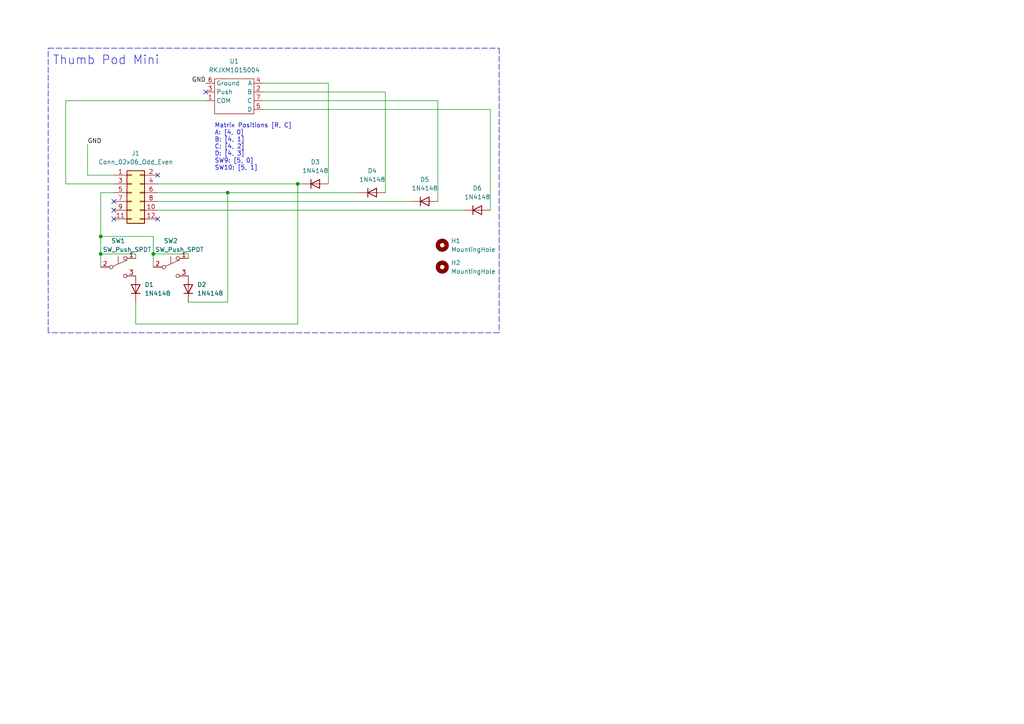
<source format=kicad_sch>
(kicad_sch (version 20211123) (generator eeschema)
  (paper "A4")
  (lib_symbols
    (symbol "1N4148_13" (pin_numbers hide) (pin_names hide)
      (property "Reference" "D" (at 0 2.54 0))
      (property "Value" "1N4148_13" (at 0 -2.54 0))
      (symbol "1N4148_13_0_1"
        (polyline (pts (xy -1.27 1.27) (xy -1.27 -1.27)) (stroke (width 0.254)))
        (polyline (pts (xy 1.27 0) (xy -1.27 0)))
        (polyline (pts (xy 1.27 1.27) (xy 1.27 -1.27) (xy -1.27 0) (xy 1.27 1.27)) (stroke (width 0.254)))
      )
      (symbol "1N4148_13_1_1"
        (pin passive line (at -3.81 0 0) (length 2.54) (name "K") (number "1"))
        (pin passive line (at 3.81 0 180) (length 2.54) (name "A") (number "2"))
      )
    )
    (symbol "1N4148_16" (pin_numbers hide) (pin_names hide)
      (property "Reference" "D" (at 0 2.54 0))
      (property "Value" "1N4148_16" (at 0 -2.54 0))
      (symbol "1N4148_16_0_1"
        (polyline (pts (xy -1.27 1.27) (xy -1.27 -1.27)) (stroke (width 0.254)))
        (polyline (pts (xy 1.27 0) (xy -1.27 0)))
        (polyline (pts (xy 1.27 1.27) (xy 1.27 -1.27) (xy -1.27 0) (xy 1.27 1.27)) (stroke (width 0.254)))
      )
      (symbol "1N4148_16_1_1"
        (pin passive line (at -3.81 0 0) (length 2.54) (name "K") (number "1"))
        (pin passive line (at 3.81 0 180) (length 2.54) (name "A") (number "2"))
      )
    )
    (symbol "1N4148_17" (pin_numbers hide) (pin_names hide)
      (property "Reference" "D" (at 0 2.54 0))
      (property "Value" "1N4148_17" (at 0 -2.54 0))
      (symbol "1N4148_17_0_1"
        (polyline (pts (xy -1.27 1.27) (xy -1.27 -1.27)) (stroke (width 0.254)))
        (polyline (pts (xy 1.27 0) (xy -1.27 0)))
        (polyline (pts (xy 1.27 1.27) (xy 1.27 -1.27) (xy -1.27 0) (xy 1.27 1.27)) (stroke (width 0.254)))
      )
      (symbol "1N4148_17_1_1"
        (pin passive line (at -3.81 0 0) (length 2.54) (name "K") (number "1"))
        (pin passive line (at 3.81 0 180) (length 2.54) (name "A") (number "2"))
      )
    )
    (symbol "Connector_Generic:Conn_02x06_Odd_Even" (pin_names (offset 1.016) hide)
      (property "Reference" "J" (at 1.27 7.62 0))
      (property "Value" "Conn_02x06_Odd_Even" (at 1.27 -10.16 0))
      (symbol "Conn_02x06_Odd_Even_1_1"
        (rectangle (start -1.27 -7.493) (end 0 -7.747) (stroke (width 0.1524)))
        (rectangle (start -1.27 -4.953) (end 0 -5.207) (stroke (width 0.1524)))
        (rectangle (start -1.27 -2.413) (end 0 -2.667) (stroke (width 0.1524)))
        (rectangle (start -1.27 0.127) (end 0 -0.127) (stroke (width 0.1524)))
        (rectangle (start -1.27 2.667) (end 0 2.413) (stroke (width 0.1524)))
        (rectangle (start -1.27 5.207) (end 0 4.953) (stroke (width 0.1524)))
        (rectangle (start -1.27 6.35) (end 3.81 -8.89) (stroke (width 0.254)) (fill (type background)))
        (rectangle (start 3.81 -7.493) (end 2.54 -7.747) (stroke (width 0.1524)))
        (rectangle (start 3.81 -4.953) (end 2.54 -5.207) (stroke (width 0.1524)))
        (rectangle (start 3.81 -2.413) (end 2.54 -2.667) (stroke (width 0.1524)))
        (rectangle (start 3.81 0.127) (end 2.54 -0.127) (stroke (width 0.1524)))
        (rectangle (start 3.81 2.667) (end 2.54 2.413) (stroke (width 0.1524)))
        (rectangle (start 3.81 5.207) (end 2.54 4.953) (stroke (width 0.1524)))
        (pin passive line (at -5.08 5.08 0) (length 3.81) (name "Pin_1") (number "1"))
        (pin passive line (at 7.62 -5.08 180) (length 3.81) (name "Pin_10") (number "10"))
        (pin passive line (at -5.08 -7.62 0) (length 3.81) (name "Pin_11") (number "11"))
        (pin passive line (at 7.62 -7.62 180) (length 3.81) (name "Pin_12") (number "12"))
        (pin passive line (at 7.62 5.08 180) (length 3.81) (name "Pin_2") (number "2"))
        (pin passive line (at -5.08 2.54 0) (length 3.81) (name "Pin_3") (number "3"))
        (pin passive line (at 7.62 2.54 180) (length 3.81) (name "Pin_4") (number "4"))
        (pin passive line (at -5.08 0 0) (length 3.81) (name "Pin_5") (number "5"))
        (pin passive line (at 7.62 0 180) (length 3.81) (name "Pin_6") (number "6"))
        (pin passive line (at -5.08 -2.54 0) (length 3.81) (name "Pin_7") (number "7"))
        (pin passive line (at 7.62 -2.54 180) (length 3.81) (name "Pin_8") (number "8"))
        (pin passive line (at -5.08 -5.08 0) (length 3.81) (name "Pin_9") (number "9"))
      )
    )
    (symbol "Mechanical:MountingHole" (pin_names (offset 1.016))
      (property "Reference" "H" (at 0 5.08 0))
      (property "Value" "MountingHole" (at 0 3.175 0))
      (symbol "MountingHole_0_1"
        (circle (center 0 0) (radius 1.27) (stroke (width 1.27)))
      )
    )
    (symbol "Switch:SW_Push_SPDT" (pin_names (offset 0) hide)
      (property "Reference" "SW" (at 0 4.318 0))
      (property "Value" "SW_Push_SPDT" (at 0 -5.08 0))
      (symbol "SW_Push_SPDT_0_0"
        (circle (center -2.032 0) (radius 0.508))
        (polyline (pts (xy 0 1.016) (xy 0 3.048)))
        (circle (center 2.032 -2.54) (radius 0.508))
      )
      (symbol "SW_Push_SPDT_0_1"
        (polyline (pts (xy -1.524 0.254) (xy 2.54 2.032)))
        (circle (center 2.032 2.54) (radius 0.508))
      )
      (symbol "SW_Push_SPDT_1_1"
        (pin passive line (at 5.08 2.54 180) (length 2.54) (name "A") (number "1"))
        (pin passive line (at -5.08 0 0) (length 2.54) (name "B") (number "2"))
        (pin passive line (at 5.08 -2.54 180) (length 2.54) (name "C") (number "3"))
      )
    )
    (symbol "thumb_pod:RKJXM1015004"
      (property "Reference" "U" (at 0 0 0))
      (property "Value" "RKJXM1015004" (at 0 -5.08 0))
      (symbol "RKJXM1015004_0_1"
        (rectangle (start -6.35 6.35) (end 5.08 -3.81))
      )
      (symbol "RKJXM1015004_1_1"
        (pin passive line (at -8.89 0 0) (length 2.54) (name "COM") (number "1"))
        (pin passive line (at 7.62 2.54 180) (length 2.54) (name "B") (number "2"))
        (pin passive line (at -8.89 2.54 0) (length 2.54) (name "Push") (number "3"))
        (pin passive line (at 7.62 5.08 180) (length 2.54) (name "A") (number "4"))
        (pin passive line (at 7.62 -2.54 180) (length 2.54) (name "D") (number "5"))
        (pin passive line (at -8.89 5.08 0) (length 2.54) (name "Ground") (number "6"))
        (pin passive line (at 7.62 0 180) (length 2.54) (name "C") (number "7"))
      )
    )
  )
  (junction (at 29.21 73.66))
  (junction (at 66.04 55.88))
  (junction (at 29.21 68.58))
  (junction (at 86.36 53.34))
  (junction (at 44.45 73.66))
  (no_connect (at 33.02 60.96))
  (no_connect (at 33.02 58.42))
  (no_connect (at 33.02 63.5))
  (no_connect (at 45.72 50.8))
  (no_connect (at 45.72 63.5))
  (no_connect (at 59.69 26.67))
  (wire (pts (xy 39.37 87.63) (xy 39.37 93.98)))
  (polyline (pts (xy 13.97 96.52) (xy 13.97 13.97)))
  (wire (pts (xy 29.21 68.58) (xy 29.21 73.66)))
  (wire (pts (xy 45.72 58.42) (xy 119.38 58.42)))
  (wire (pts (xy 54.61 87.63) (xy 66.04 87.63)))
  (polyline (pts (xy 144.78 13.97) (xy 144.78 96.52)))
  (wire (pts (xy 33.02 50.8) (xy 25.4 50.8)))
  (wire (pts (xy 44.45 73.66) (xy 54.61 73.66)))
  (polyline (pts (xy 13.97 13.97) (xy 144.78 13.97)))
  (wire (pts (xy 111.76 26.67) (xy 111.76 55.88)))
  (wire (pts (xy 39.37 74.93) (xy 39.37 73.66)))
  (wire (pts (xy 86.36 53.34) (xy 87.63 53.34)))
  (wire (pts (xy 25.4 41.91) (xy 25.4 50.8)))
  (wire (pts (xy 33.02 55.88) (xy 29.21 55.88)))
  (wire (pts (xy 29.21 55.88) (xy 29.21 68.58)))
  (wire (pts (xy 66.04 55.88) (xy 104.14 55.88)))
  (wire (pts (xy 29.21 73.66) (xy 29.21 77.47)))
  (wire (pts (xy 29.21 73.66) (xy 39.37 73.66)))
  (wire (pts (xy 76.2 31.75) (xy 142.24 31.75)))
  (wire (pts (xy 45.72 53.34) (xy 86.36 53.34)))
  (wire (pts (xy 66.04 55.88) (xy 66.04 87.63)))
  (wire (pts (xy 39.37 93.98) (xy 86.36 93.98)))
  (wire (pts (xy 45.72 60.96) (xy 134.62 60.96)))
  (wire (pts (xy 86.36 53.34) (xy 86.36 93.98)))
  (wire (pts (xy 44.45 73.66) (xy 44.45 77.47)))
  (wire (pts (xy 19.05 29.21) (xy 59.69 29.21)))
  (wire (pts (xy 127 29.21) (xy 127 58.42)))
  (wire (pts (xy 19.05 53.34) (xy 33.02 53.34)))
  (wire (pts (xy 44.45 68.58) (xy 44.45 73.66)))
  (wire (pts (xy 95.25 24.13) (xy 95.25 53.34)))
  (wire (pts (xy 19.05 29.21) (xy 19.05 53.34)))
  (wire (pts (xy 54.61 74.93) (xy 54.61 73.66)))
  (wire (pts (xy 29.21 68.58) (xy 44.45 68.58)))
  (wire (pts (xy 142.24 31.75) (xy 142.24 60.96)))
  (polyline (pts (xy 144.78 96.52) (xy 13.97 96.52)))
  (wire (pts (xy 45.72 55.88) (xy 66.04 55.88)))
  (wire (pts (xy 76.2 24.13) (xy 95.25 24.13)))
  (wire (pts (xy 76.2 29.21) (xy 127 29.21)))
  (wire (pts (xy 76.2 26.67) (xy 111.76 26.67)))
  (text "Matrix Positions [R, C]\nA: [4, 0]\nB: [4, 1]\nC: [4, 2]\nD: [4, 3]\nSW9: [5, 0]\nSW10: [5, 1]" (at 62.23 49.53 0) (effects (font (size 1.27 1.27)) (justify left bottom)))
  (text "Thumb Pod Mini" (at 15.24 19.05 0) (effects (font (size 2.54 2.54)) (justify left bottom)))
  (label "GND" (at 25.4 41.91 0))
  (label "GND" (at 59.69 24.13 180))
  (symbol (lib_name "1N4148_13") (lib_id "Diode:1N4148") (at 54.61 83.82 90) (unit 1)
    (property "Reference" "D2" (at 57.15 82.5499 90) (effects (justify right)))
    (property "Value" "1N4148" (at 57.15 85.0899 90) (effects (justify right)))
    (property "Footprint" "Diode_THT:D_DO-35_SOD27_P7.62mm_Horizontal" (effects hide))
    (property "Datasheet" "https://assets.nexperia.com/documents/data-sheet/1N4148_1N4448.pdf" (effects hide))
  )
  (symbol (lib_name "1N4148_17") (lib_id "Diode:1N4148") (at 39.37 83.82 90) (unit 1)
    (property "Reference" "D1" (at 41.91 82.5499 90) (effects (justify right)))
    (property "Value" "1N4148" (at 41.91 85.0899 90) (effects (justify right)))
    (property "Footprint" "Diode_THT:D_DO-35_SOD27_P7.62mm_Horizontal" (effects hide))
    (property "Datasheet" "https://assets.nexperia.com/documents/data-sheet/1N4148_1N4448.pdf" (effects hide))
  )
  (symbol (lib_id "Mechanical:MountingHole") (at 128.27 71.12 0) (unit 1)
    (property "Reference" "H1" (at 130.81 69.8499 0) (effects (justify left)))
    (property "Value" "MountingHole" (at 130.81 72.3899 0) (effects (justify left)))
    (property "Footprint" "MountingHole:MountingHole_3.2mm_M3" (effects hide))
  )
  (symbol (lib_id "thumb_pod:RKJXM1015004") (at 68.58 29.21 0) (unit 1)
    (property "Reference" "U1" (at 67.945 17.78 0))
    (property "Value" "RKJXM1015004" (at 67.945 20.32 0))
    (property "Footprint" "thumb_pod:RKJXM1015004" (effects hide))
  )
  (symbol (lib_id "Switch:SW_Push_SPDT") (at 49.53 77.47 0) (unit 1)
    (property "Reference" "SW2" (at 49.53 69.85 0))
    (property "Value" "SW_Push_SPDT" (at 52.07 72.39 0))
    (property "Footprint" "keypad:kailh_gm_microswitch" (effects hide))
  )
  (symbol (lib_id "Switch:SW_Push_SPDT") (at 34.29 77.47 0) (unit 1)
    (property "Reference" "SW1" (at 34.29 69.85 0))
    (property "Value" "SW_Push_SPDT" (at 36.83 72.39 0))
    (property "Footprint" "keypad:kailh_gm_microswitch" (effects hide))
  )
  (symbol (lib_name "1N4148_16") (lib_id "Diode:1N4148") (at 91.44 53.34 0) (unit 1)
    (property "Reference" "D3" (at 91.44 46.99 0))
    (property "Value" "1N4148" (at 91.44 49.53 0))
    (property "Footprint" "Diode_THT:D_DO-35_SOD27_P7.62mm_Horizontal" (effects hide))
    (property "Datasheet" "https://assets.nexperia.com/documents/data-sheet/1N4148_1N4448.pdf" (effects hide))
  )
  (symbol (lib_name "1N4148_16") (lib_id "Diode:1N4148") (at 138.43 60.96 0) (unit 1)
    (property "Reference" "D6" (at 138.43 54.61 0))
    (property "Value" "1N4148" (at 138.43 57.15 0))
    (property "Footprint" "Diode_THT:D_DO-35_SOD27_P7.62mm_Horizontal" (effects hide))
    (property "Datasheet" "https://assets.nexperia.com/documents/data-sheet/1N4148_1N4448.pdf" (effects hide))
  )
  (symbol (lib_id "Connector_Generic:Conn_02x06_Odd_Even") (at 38.1 55.88 0) (unit 1)
    (property "Reference" "J1" (at 39.37 44.45 0))
    (property "Value" "Conn_02x06_Odd_Even" (at 39.37 46.99 0))
    (property "Footprint" "keypad:PinHeader_2x06_P2.54mm_Horizontal" (effects hide))
  )
  (symbol (lib_name "1N4148_16") (lib_id "Diode:1N4148") (at 107.95 55.88 0) (unit 1)
    (property "Reference" "D4" (at 107.95 49.53 0))
    (property "Value" "1N4148" (at 107.95 52.07 0))
    (property "Footprint" "Diode_THT:D_DO-35_SOD27_P7.62mm_Horizontal" (effects hide))
    (property "Datasheet" "https://assets.nexperia.com/documents/data-sheet/1N4148_1N4448.pdf" (effects hide))
  )
  (symbol (lib_name "1N4148_16") (lib_id "Diode:1N4148") (at 123.19 58.42 0) (unit 1)
    (property "Reference" "D5" (at 123.19 52.07 0))
    (property "Value" "1N4148" (at 123.19 54.61 0))
    (property "Footprint" "Diode_THT:D_DO-35_SOD27_P7.62mm_Horizontal" (effects hide))
    (property "Datasheet" "https://assets.nexperia.com/documents/data-sheet/1N4148_1N4448.pdf" (effects hide))
  )
  (symbol (lib_id "Mechanical:MountingHole") (at 128.27 77.47 0) (unit 1)
    (property "Reference" "H2" (at 130.81 76.1999 0) (effects (justify left)))
    (property "Value" "MountingHole" (at 130.81 78.7399 0) (effects (justify left)))
    (property "Footprint" "MountingHole:MountingHole_3.2mm_M3" (effects hide))
  )
)
</source>
